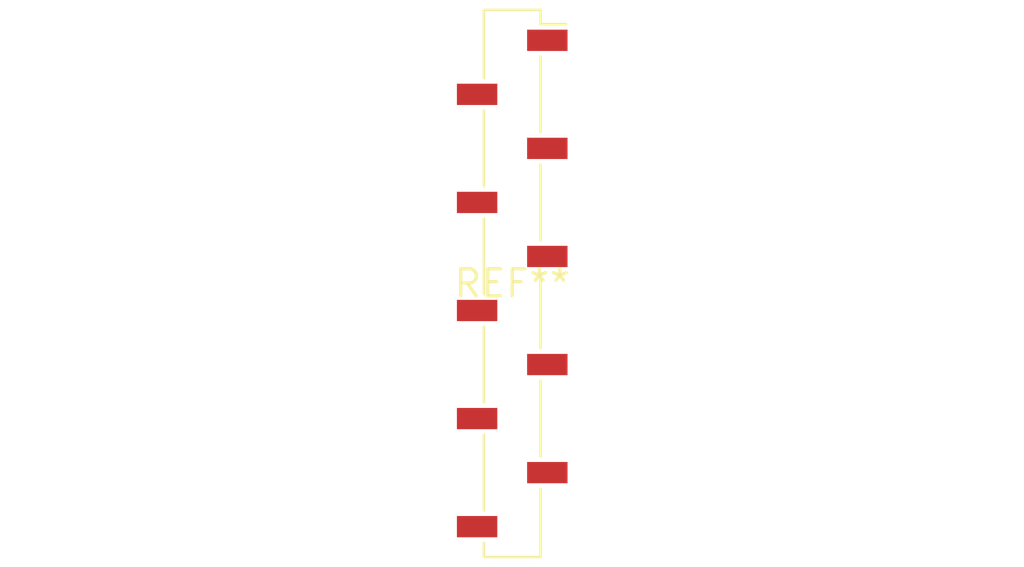
<source format=kicad_pcb>
(kicad_pcb (version 20240108) (generator pcbnew)
  (layers (0 "F.Cu" signal) (31 "B.Cu" signal) (34 "B.Paste" user) (35 "F.Paste" user) (36 "B.SilkS" user "B.Silkscreen") (37 "F.SilkS" user "F.Silkscreen") (38 "B.Mask" user) (39 "F.Mask" user) (44 "Edge.Cuts" user))
  (net 0 "")
  (footprint "PinSocket_1x10_P2.54mm_Vertical_SMD_Pin1Right" (layer "F.Cu") (at 0 0)
    (property "Reference" "REF**")
    (property "Value" "PinSocket_1x10_P2.54mm_Vertical_SMD_Pin1Right")
    (fp_line (start -1.33 -12.86) (end -1.33 -9.65) (layer "F.SilkS") (stroke (width 0.12)))
    (fp_line (start -1.33 -12.86) (end 1.33 -12.86) (layer "F.SilkS") (stroke (width 0.12)))
    (fp_line (start -1.33 -8.13) (end -1.33 -4.57) (layer "F.SilkS") (stroke (width 0.12)))
    (fp_line (start -1.33 -3.05) (end -1.33 0.51) (layer "F.SilkS") (stroke (width 0.12)))
    (fp_line (start -1.33 2.03) (end -1.33 5.59) (layer "F.SilkS") (stroke (width 0.12)))
    (fp_line (start -1.33 7.11) (end -1.33 10.67) (layer "F.SilkS") (stroke (width 0.12)))
    (fp_line (start -1.33 12.19) (end -1.33 12.86) (layer "F.SilkS") (stroke (width 0.12)))
    (fp_line (start -1.33 12.86) (end 1.33 12.86) (layer "F.SilkS") (stroke (width 0.12)))
    (fp_line (start 1.33 -12.86) (end 1.33 -12.19) (layer "F.SilkS") (stroke (width 0.12)))
    (fp_line (start 1.33 -12.19) (end 2.54 -12.19) (layer "F.SilkS") (stroke (width 0.12)))
    (fp_line (start 1.33 -10.67) (end 1.33 -7.11) (layer "F.SilkS") (stroke (width 0.12)))
    (fp_line (start 1.33 -5.59) (end 1.33 -2.03) (layer "F.SilkS") (stroke (width 0.12)))
    (fp_line (start 1.33 -0.51) (end 1.33 3.05) (layer "F.SilkS") (stroke (width 0.12)))
    (fp_line (start 1.33 4.57) (end 1.33 8.13) (layer "F.SilkS") (stroke (width 0.12)))
    (fp_line (start 1.33 9.65) (end 1.33 12.86) (layer "F.SilkS") (stroke (width 0.12)))
    (pad "1" smd rect (at 1.65 -11.43) (size 1.9 1) (layers "F.Cu" "F.Paste" "F.Mask"))
    (pad "2" smd rect (at -1.65 -8.89) (size 1.9 1) (layers "F.Cu" "F.Paste" "F.Mask"))
    (pad "3" smd rect (at 1.65 -6.35) (size 1.9 1) (layers "F.Cu" "F.Paste" "F.Mask"))
    (pad "4" smd rect (at -1.65 -3.81) (size 1.9 1) (layers "F.Cu" "F.Paste" "F.Mask"))
    (pad "5" smd rect (at 1.65 -1.27) (size 1.9 1) (layers "F.Cu" "F.Paste" "F.Mask"))
    (pad "6" smd rect (at -1.65 1.27) (size 1.9 1) (layers "F.Cu" "F.Paste" "F.Mask"))
    (pad "7" smd rect (at 1.65 3.81) (size 1.9 1) (layers "F.Cu" "F.Paste" "F.Mask"))
    (pad "8" smd rect (at -1.65 6.35) (size 1.9 1) (layers "F.Cu" "F.Paste" "F.Mask"))
    (pad "9" smd rect (at 1.65 8.89) (size 1.9 1) (layers "F.Cu" "F.Paste" "F.Mask"))
    (pad "10" smd rect (at -1.65 11.43) (size 1.9 1) (layers "F.Cu" "F.Paste" "F.Mask"))
  )
)
</source>
